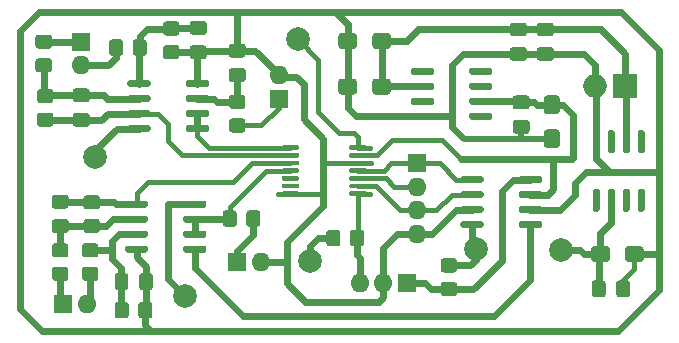
<source format=gbr>
%TF.GenerationSoftware,KiCad,Pcbnew,5.1.8+dfsg1-1~bpo10+1*%
%TF.CreationDate,2020-11-21T14:30:28+03:00*%
%TF.ProjectId,ADCandDAC,41444361-6e64-4444-9143-2e6b69636164,rev?*%
%TF.SameCoordinates,Original*%
%TF.FileFunction,Copper,L1,Top*%
%TF.FilePolarity,Positive*%
%FSLAX46Y46*%
G04 Gerber Fmt 4.6, Leading zero omitted, Abs format (unit mm)*
G04 Created by KiCad (PCBNEW 5.1.8+dfsg1-1~bpo10+1) date 2020-11-21 14:30:28*
%MOMM*%
%LPD*%
G01*
G04 APERTURE LIST*
%TA.AperFunction,ComponentPad*%
%ADD10R,1.600000X1.600000*%
%TD*%
%TA.AperFunction,ComponentPad*%
%ADD11O,1.600000X1.600000*%
%TD*%
%TA.AperFunction,ComponentPad*%
%ADD12R,2.000000X2.000000*%
%TD*%
%TA.AperFunction,ComponentPad*%
%ADD13O,2.000000X2.000000*%
%TD*%
%TA.AperFunction,ViaPad*%
%ADD14C,2.000000*%
%TD*%
%TA.AperFunction,Conductor*%
%ADD15C,0.400000*%
%TD*%
%TA.AperFunction,Conductor*%
%ADD16C,0.600000*%
%TD*%
%TA.AperFunction,Conductor*%
%ADD17C,0.500000*%
%TD*%
G04 APERTURE END LIST*
%TO.P,C4,1*%
%TO.N,VCC_12V*%
%TA.AperFunction,SMDPad,CuDef*%
G36*
G01*
X45406600Y29065800D02*
X46356600Y29065800D01*
G75*
G02*
X46606600Y28815800I0J-250000D01*
G01*
X46606600Y28140800D01*
G75*
G02*
X46356600Y27890800I-250000J0D01*
G01*
X45406600Y27890800D01*
G75*
G02*
X45156600Y28140800I0J250000D01*
G01*
X45156600Y28815800D01*
G75*
G02*
X45406600Y29065800I250000J0D01*
G01*
G37*
%TD.AperFunction*%
%TO.P,C4,2*%
%TO.N,GND*%
%TA.AperFunction,SMDPad,CuDef*%
G36*
G01*
X45406600Y26990800D02*
X46356600Y26990800D01*
G75*
G02*
X46606600Y26740800I0J-250000D01*
G01*
X46606600Y26065800D01*
G75*
G02*
X46356600Y25815800I-250000J0D01*
G01*
X45406600Y25815800D01*
G75*
G02*
X45156600Y26065800I0J250000D01*
G01*
X45156600Y26740800D01*
G75*
G02*
X45406600Y26990800I250000J0D01*
G01*
G37*
%TD.AperFunction*%
%TD*%
%TO.P,C3,2*%
%TO.N,GND*%
%TA.AperFunction,SMDPad,CuDef*%
G36*
G01*
X47692600Y26990800D02*
X48642600Y26990800D01*
G75*
G02*
X48892600Y26740800I0J-250000D01*
G01*
X48892600Y26065800D01*
G75*
G02*
X48642600Y25815800I-250000J0D01*
G01*
X47692600Y25815800D01*
G75*
G02*
X47442600Y26065800I0J250000D01*
G01*
X47442600Y26740800D01*
G75*
G02*
X47692600Y26990800I250000J0D01*
G01*
G37*
%TD.AperFunction*%
%TO.P,C3,1*%
%TO.N,VCC_12V*%
%TA.AperFunction,SMDPad,CuDef*%
G36*
G01*
X47692600Y29065800D02*
X48642600Y29065800D01*
G75*
G02*
X48892600Y28815800I0J-250000D01*
G01*
X48892600Y28140800D01*
G75*
G02*
X48642600Y27890800I-250000J0D01*
G01*
X47692600Y27890800D01*
G75*
G02*
X47442600Y28140800I0J250000D01*
G01*
X47442600Y28815800D01*
G75*
G02*
X47692600Y29065800I250000J0D01*
G01*
G37*
%TD.AperFunction*%
%TD*%
%TO.P,C1,2*%
%TO.N,GND*%
%TA.AperFunction,SMDPad,CuDef*%
G36*
G01*
X32212300Y24062001D02*
X32212300Y23211999D01*
G75*
G02*
X31962301Y22962000I-249999J0D01*
G01*
X30887299Y22962000D01*
G75*
G02*
X30637300Y23211999I0J249999D01*
G01*
X30637300Y24062001D01*
G75*
G02*
X30887299Y24312000I249999J0D01*
G01*
X31962301Y24312000D01*
G75*
G02*
X32212300Y24062001I0J-249999D01*
G01*
G37*
%TD.AperFunction*%
%TO.P,C1,1*%
%TO.N,VCC_12V*%
%TA.AperFunction,SMDPad,CuDef*%
G36*
G01*
X35087300Y24062001D02*
X35087300Y23211999D01*
G75*
G02*
X34837301Y22962000I-249999J0D01*
G01*
X33762299Y22962000D01*
G75*
G02*
X33512300Y23211999I0J249999D01*
G01*
X33512300Y24062001D01*
G75*
G02*
X33762299Y24312000I249999J0D01*
G01*
X34837301Y24312000D01*
G75*
G02*
X35087300Y24062001I0J-249999D01*
G01*
G37*
%TD.AperFunction*%
%TD*%
%TO.P,C2,1*%
%TO.N,VCC_12V*%
%TA.AperFunction,SMDPad,CuDef*%
G36*
G01*
X35100000Y27922801D02*
X35100000Y27072799D01*
G75*
G02*
X34850001Y26822800I-249999J0D01*
G01*
X33774999Y26822800D01*
G75*
G02*
X33525000Y27072799I0J249999D01*
G01*
X33525000Y27922801D01*
G75*
G02*
X33774999Y28172800I249999J0D01*
G01*
X34850001Y28172800D01*
G75*
G02*
X35100000Y27922801I0J-249999D01*
G01*
G37*
%TD.AperFunction*%
%TO.P,C2,2*%
%TO.N,GND*%
%TA.AperFunction,SMDPad,CuDef*%
G36*
G01*
X32225000Y27922801D02*
X32225000Y27072799D01*
G75*
G02*
X31975001Y26822800I-249999J0D01*
G01*
X30899999Y26822800D01*
G75*
G02*
X30650000Y27072799I0J249999D01*
G01*
X30650000Y27922801D01*
G75*
G02*
X30899999Y28172800I249999J0D01*
G01*
X31975001Y28172800D01*
G75*
G02*
X32225000Y27922801I0J-249999D01*
G01*
G37*
%TD.AperFunction*%
%TD*%
%TO.P,C5,2*%
%TO.N,GND*%
%TA.AperFunction,SMDPad,CuDef*%
G36*
G01*
X18303000Y27124000D02*
X19253000Y27124000D01*
G75*
G02*
X19503000Y26874000I0J-250000D01*
G01*
X19503000Y26199000D01*
G75*
G02*
X19253000Y25949000I-250000J0D01*
G01*
X18303000Y25949000D01*
G75*
G02*
X18053000Y26199000I0J250000D01*
G01*
X18053000Y26874000D01*
G75*
G02*
X18303000Y27124000I250000J0D01*
G01*
G37*
%TD.AperFunction*%
%TO.P,C5,1*%
%TO.N,Net-(C5-Pad1)*%
%TA.AperFunction,SMDPad,CuDef*%
G36*
G01*
X18303000Y29199000D02*
X19253000Y29199000D01*
G75*
G02*
X19503000Y28949000I0J-250000D01*
G01*
X19503000Y28274000D01*
G75*
G02*
X19253000Y28024000I-250000J0D01*
G01*
X18303000Y28024000D01*
G75*
G02*
X18053000Y28274000I0J250000D01*
G01*
X18053000Y28949000D01*
G75*
G02*
X18303000Y29199000I250000J0D01*
G01*
G37*
%TD.AperFunction*%
%TD*%
%TO.P,C6,2*%
%TO.N,GND*%
%TA.AperFunction,SMDPad,CuDef*%
G36*
G01*
X22555000Y26097500D02*
X21605000Y26097500D01*
G75*
G02*
X21355000Y26347500I0J250000D01*
G01*
X21355000Y27022500D01*
G75*
G02*
X21605000Y27272500I250000J0D01*
G01*
X22555000Y27272500D01*
G75*
G02*
X22805000Y27022500I0J-250000D01*
G01*
X22805000Y26347500D01*
G75*
G02*
X22555000Y26097500I-250000J0D01*
G01*
G37*
%TD.AperFunction*%
%TO.P,C6,1*%
%TO.N,Net-(C6-Pad1)*%
%TA.AperFunction,SMDPad,CuDef*%
G36*
G01*
X22555000Y24022500D02*
X21605000Y24022500D01*
G75*
G02*
X21355000Y24272500I0J250000D01*
G01*
X21355000Y24947500D01*
G75*
G02*
X21605000Y25197500I250000J0D01*
G01*
X22555000Y25197500D01*
G75*
G02*
X22805000Y24947500I0J-250000D01*
G01*
X22805000Y24272500D01*
G75*
G02*
X22555000Y24022500I-250000J0D01*
G01*
G37*
%TD.AperFunction*%
%TD*%
%TO.P,C7,1*%
%TO.N,Net-(C7-Pad1)*%
%TA.AperFunction,SMDPad,CuDef*%
G36*
G01*
X9347000Y20234000D02*
X8397000Y20234000D01*
G75*
G02*
X8147000Y20484000I0J250000D01*
G01*
X8147000Y21159000D01*
G75*
G02*
X8397000Y21409000I250000J0D01*
G01*
X9347000Y21409000D01*
G75*
G02*
X9597000Y21159000I0J-250000D01*
G01*
X9597000Y20484000D01*
G75*
G02*
X9347000Y20234000I-250000J0D01*
G01*
G37*
%TD.AperFunction*%
%TO.P,C7,2*%
%TO.N,Net-(C7-Pad2)*%
%TA.AperFunction,SMDPad,CuDef*%
G36*
G01*
X9347000Y22309000D02*
X8397000Y22309000D01*
G75*
G02*
X8147000Y22559000I0J250000D01*
G01*
X8147000Y23234000D01*
G75*
G02*
X8397000Y23484000I250000J0D01*
G01*
X9347000Y23484000D01*
G75*
G02*
X9597000Y23234000I0J-250000D01*
G01*
X9597000Y22559000D01*
G75*
G02*
X9347000Y22309000I-250000J0D01*
G01*
G37*
%TD.AperFunction*%
%TD*%
%TO.P,C8,1*%
%TO.N,Net-(C8-Pad1)*%
%TA.AperFunction,SMDPad,CuDef*%
G36*
G01*
X11692000Y6652000D02*
X11692000Y7602000D01*
G75*
G02*
X11942000Y7852000I250000J0D01*
G01*
X12617000Y7852000D01*
G75*
G02*
X12867000Y7602000I0J-250000D01*
G01*
X12867000Y6652000D01*
G75*
G02*
X12617000Y6402000I-250000J0D01*
G01*
X11942000Y6402000D01*
G75*
G02*
X11692000Y6652000I0J250000D01*
G01*
G37*
%TD.AperFunction*%
%TO.P,C8,2*%
%TO.N,GND*%
%TA.AperFunction,SMDPad,CuDef*%
G36*
G01*
X13767000Y6652000D02*
X13767000Y7602000D01*
G75*
G02*
X14017000Y7852000I250000J0D01*
G01*
X14692000Y7852000D01*
G75*
G02*
X14942000Y7602000I0J-250000D01*
G01*
X14942000Y6652000D01*
G75*
G02*
X14692000Y6402000I-250000J0D01*
G01*
X14017000Y6402000D01*
G75*
G02*
X13767000Y6652000I0J250000D01*
G01*
G37*
%TD.AperFunction*%
%TD*%
%TO.P,C9,2*%
%TO.N,GND*%
%TA.AperFunction,SMDPad,CuDef*%
G36*
G01*
X48286899Y20015200D02*
X49136901Y20015200D01*
G75*
G02*
X49386900Y19765201I0J-249999D01*
G01*
X49386900Y18690199D01*
G75*
G02*
X49136901Y18440200I-249999J0D01*
G01*
X48286899Y18440200D01*
G75*
G02*
X48036900Y18690199I0J249999D01*
G01*
X48036900Y19765201D01*
G75*
G02*
X48286899Y20015200I249999J0D01*
G01*
G37*
%TD.AperFunction*%
%TO.P,C9,1*%
%TO.N,/REF+4*%
%TA.AperFunction,SMDPad,CuDef*%
G36*
G01*
X48286899Y22890200D02*
X49136901Y22890200D01*
G75*
G02*
X49386900Y22640201I0J-249999D01*
G01*
X49386900Y21565199D01*
G75*
G02*
X49136901Y21315200I-249999J0D01*
G01*
X48286899Y21315200D01*
G75*
G02*
X48036900Y21565199I0J249999D01*
G01*
X48036900Y22640201D01*
G75*
G02*
X48286899Y22890200I249999J0D01*
G01*
G37*
%TD.AperFunction*%
%TD*%
%TO.P,C10,1*%
%TO.N,/REF+5*%
%TA.AperFunction,SMDPad,CuDef*%
G36*
G01*
X52049500Y9026099D02*
X52049500Y9876101D01*
G75*
G02*
X52299499Y10126100I249999J0D01*
G01*
X53374501Y10126100D01*
G75*
G02*
X53624500Y9876101I0J-249999D01*
G01*
X53624500Y9026099D01*
G75*
G02*
X53374501Y8776100I-249999J0D01*
G01*
X52299499Y8776100D01*
G75*
G02*
X52049500Y9026099I0J249999D01*
G01*
G37*
%TD.AperFunction*%
%TO.P,C10,2*%
%TO.N,GND*%
%TA.AperFunction,SMDPad,CuDef*%
G36*
G01*
X54924500Y9026099D02*
X54924500Y9876101D01*
G75*
G02*
X55174499Y10126100I249999J0D01*
G01*
X56249501Y10126100D01*
G75*
G02*
X56499500Y9876101I0J-249999D01*
G01*
X56499500Y9026099D01*
G75*
G02*
X56249501Y8776100I-249999J0D01*
G01*
X55174499Y8776100D01*
G75*
G02*
X54924500Y9026099I0J249999D01*
G01*
G37*
%TD.AperFunction*%
%TD*%
%TO.P,C11,1*%
%TO.N,Net-(C11-Pad1)*%
%TA.AperFunction,SMDPad,CuDef*%
G36*
G01*
X6619000Y14488500D02*
X7569000Y14488500D01*
G75*
G02*
X7819000Y14238500I0J-250000D01*
G01*
X7819000Y13563500D01*
G75*
G02*
X7569000Y13313500I-250000J0D01*
G01*
X6619000Y13313500D01*
G75*
G02*
X6369000Y13563500I0J250000D01*
G01*
X6369000Y14238500D01*
G75*
G02*
X6619000Y14488500I250000J0D01*
G01*
G37*
%TD.AperFunction*%
%TO.P,C11,2*%
%TO.N,Net-(C11-Pad2)*%
%TA.AperFunction,SMDPad,CuDef*%
G36*
G01*
X6619000Y12413500D02*
X7569000Y12413500D01*
G75*
G02*
X7819000Y12163500I0J-250000D01*
G01*
X7819000Y11488500D01*
G75*
G02*
X7569000Y11238500I-250000J0D01*
G01*
X6619000Y11238500D01*
G75*
G02*
X6369000Y11488500I0J250000D01*
G01*
X6369000Y12163500D01*
G75*
G02*
X6619000Y12413500I250000J0D01*
G01*
G37*
%TD.AperFunction*%
%TD*%
%TO.P,C12,1*%
%TO.N,/REF+4*%
%TA.AperFunction,SMDPad,CuDef*%
G36*
G01*
X45646100Y22887100D02*
X46596100Y22887100D01*
G75*
G02*
X46846100Y22637100I0J-250000D01*
G01*
X46846100Y21962100D01*
G75*
G02*
X46596100Y21712100I-250000J0D01*
G01*
X45646100Y21712100D01*
G75*
G02*
X45396100Y21962100I0J250000D01*
G01*
X45396100Y22637100D01*
G75*
G02*
X45646100Y22887100I250000J0D01*
G01*
G37*
%TD.AperFunction*%
%TO.P,C12,2*%
%TO.N,GND*%
%TA.AperFunction,SMDPad,CuDef*%
G36*
G01*
X45646100Y20812100D02*
X46596100Y20812100D01*
G75*
G02*
X46846100Y20562100I0J-250000D01*
G01*
X46846100Y19887100D01*
G75*
G02*
X46596100Y19637100I-250000J0D01*
G01*
X45646100Y19637100D01*
G75*
G02*
X45396100Y19887100I0J250000D01*
G01*
X45396100Y20562100D01*
G75*
G02*
X45646100Y20812100I250000J0D01*
G01*
G37*
%TD.AperFunction*%
%TD*%
%TO.P,C13,2*%
%TO.N,GND*%
%TA.AperFunction,SMDPad,CuDef*%
G36*
G01*
X54165700Y6042400D02*
X54165700Y6992400D01*
G75*
G02*
X54415700Y7242400I250000J0D01*
G01*
X55090700Y7242400D01*
G75*
G02*
X55340700Y6992400I0J-250000D01*
G01*
X55340700Y6042400D01*
G75*
G02*
X55090700Y5792400I-250000J0D01*
G01*
X54415700Y5792400D01*
G75*
G02*
X54165700Y6042400I0J250000D01*
G01*
G37*
%TD.AperFunction*%
%TO.P,C13,1*%
%TO.N,/REF+5*%
%TA.AperFunction,SMDPad,CuDef*%
G36*
G01*
X52090700Y6042400D02*
X52090700Y6992400D01*
G75*
G02*
X52340700Y7242400I250000J0D01*
G01*
X53015700Y7242400D01*
G75*
G02*
X53265700Y6992400I0J-250000D01*
G01*
X53265700Y6042400D01*
G75*
G02*
X53015700Y5792400I-250000J0D01*
G01*
X52340700Y5792400D01*
G75*
G02*
X52090700Y6042400I0J250000D01*
G01*
G37*
%TD.AperFunction*%
%TD*%
%TO.P,D1,8*%
%TO.N,/REF+5*%
%TA.AperFunction,SMDPad,CuDef*%
G36*
G01*
X42932000Y12103000D02*
X42932000Y11803000D01*
G75*
G02*
X42782000Y11653000I-150000J0D01*
G01*
X41132000Y11653000D01*
G75*
G02*
X40982000Y11803000I0J150000D01*
G01*
X40982000Y12103000D01*
G75*
G02*
X41132000Y12253000I150000J0D01*
G01*
X42782000Y12253000D01*
G75*
G02*
X42932000Y12103000I0J-150000D01*
G01*
G37*
%TD.AperFunction*%
%TO.P,D1,7*%
%TO.N,GND*%
%TA.AperFunction,SMDPad,CuDef*%
G36*
G01*
X42932000Y13373000D02*
X42932000Y13073000D01*
G75*
G02*
X42782000Y12923000I-150000J0D01*
G01*
X41132000Y12923000D01*
G75*
G02*
X40982000Y13073000I0J150000D01*
G01*
X40982000Y13373000D01*
G75*
G02*
X41132000Y13523000I150000J0D01*
G01*
X42782000Y13523000D01*
G75*
G02*
X42932000Y13373000I0J-150000D01*
G01*
G37*
%TD.AperFunction*%
%TO.P,D1,6*%
%TO.N,MOSI*%
%TA.AperFunction,SMDPad,CuDef*%
G36*
G01*
X42932000Y14643000D02*
X42932000Y14343000D01*
G75*
G02*
X42782000Y14193000I-150000J0D01*
G01*
X41132000Y14193000D01*
G75*
G02*
X40982000Y14343000I0J150000D01*
G01*
X40982000Y14643000D01*
G75*
G02*
X41132000Y14793000I150000J0D01*
G01*
X42782000Y14793000D01*
G75*
G02*
X42932000Y14643000I0J-150000D01*
G01*
G37*
%TD.AperFunction*%
%TO.P,D1,5*%
%TO.N,SCK*%
%TA.AperFunction,SMDPad,CuDef*%
G36*
G01*
X42932000Y15913000D02*
X42932000Y15613000D01*
G75*
G02*
X42782000Y15463000I-150000J0D01*
G01*
X41132000Y15463000D01*
G75*
G02*
X40982000Y15613000I0J150000D01*
G01*
X40982000Y15913000D01*
G75*
G02*
X41132000Y16063000I150000J0D01*
G01*
X42782000Y16063000D01*
G75*
G02*
X42932000Y15913000I0J-150000D01*
G01*
G37*
%TD.AperFunction*%
%TO.P,D1,4*%
%TO.N,DAC*%
%TA.AperFunction,SMDPad,CuDef*%
G36*
G01*
X47882000Y15913000D02*
X47882000Y15613000D01*
G75*
G02*
X47732000Y15463000I-150000J0D01*
G01*
X46082000Y15463000D01*
G75*
G02*
X45932000Y15613000I0J150000D01*
G01*
X45932000Y15913000D01*
G75*
G02*
X46082000Y16063000I150000J0D01*
G01*
X47732000Y16063000D01*
G75*
G02*
X47882000Y15913000I0J-150000D01*
G01*
G37*
%TD.AperFunction*%
%TO.P,D1,3*%
%TO.N,/REF+4*%
%TA.AperFunction,SMDPad,CuDef*%
G36*
G01*
X47882000Y14643000D02*
X47882000Y14343000D01*
G75*
G02*
X47732000Y14193000I-150000J0D01*
G01*
X46082000Y14193000D01*
G75*
G02*
X45932000Y14343000I0J150000D01*
G01*
X45932000Y14643000D01*
G75*
G02*
X46082000Y14793000I150000J0D01*
G01*
X47732000Y14793000D01*
G75*
G02*
X47882000Y14643000I0J-150000D01*
G01*
G37*
%TD.AperFunction*%
%TO.P,D1,2*%
%TO.N,GND*%
%TA.AperFunction,SMDPad,CuDef*%
G36*
G01*
X47882000Y13373000D02*
X47882000Y13073000D01*
G75*
G02*
X47732000Y12923000I-150000J0D01*
G01*
X46082000Y12923000D01*
G75*
G02*
X45932000Y13073000I0J150000D01*
G01*
X45932000Y13373000D01*
G75*
G02*
X46082000Y13523000I150000J0D01*
G01*
X47732000Y13523000D01*
G75*
G02*
X47882000Y13373000I0J-150000D01*
G01*
G37*
%TD.AperFunction*%
%TO.P,D1,1*%
%TO.N,/DACgen*%
%TA.AperFunction,SMDPad,CuDef*%
G36*
G01*
X47882000Y12103000D02*
X47882000Y11803000D01*
G75*
G02*
X47732000Y11653000I-150000J0D01*
G01*
X46082000Y11653000D01*
G75*
G02*
X45932000Y11803000I0J150000D01*
G01*
X45932000Y12103000D01*
G75*
G02*
X46082000Y12253000I150000J0D01*
G01*
X47732000Y12253000D01*
G75*
G02*
X47882000Y12103000I0J-150000D01*
G01*
G37*
%TD.AperFunction*%
%TD*%
D10*
%TO.P,J1,1*%
%TO.N,Net-(J1-Pad1)*%
X8872000Y27447000D03*
D11*
%TO.P,J1,2*%
%TO.N,Net-(J1-Pad2)*%
X8872000Y25447000D03*
%TD*%
%TO.P,J2,2*%
%TO.N,GND*%
X25636000Y24621000D03*
D10*
%TO.P,J2,1*%
%TO.N,Net-(J2-Pad1)*%
X25636000Y22621000D03*
%TD*%
D11*
%TO.P,J3,2*%
%TO.N,Net-(J3-Pad2)*%
X9348000Y5222000D03*
D10*
%TO.P,J3,1*%
%TO.N,Net-(J3-Pad1)*%
X7348000Y5222000D03*
%TD*%
D12*
%TO.P,J4,1*%
%TO.N,VCC_12V*%
X54934900Y23725900D03*
D13*
%TO.P,J4,2*%
%TO.N,GND*%
X52394900Y23725900D03*
%TD*%
D10*
%TO.P,J5,1*%
%TO.N,Net-(J5-Pad1)*%
X22092700Y8778000D03*
D11*
%TO.P,J5,2*%
%TO.N,GND*%
X24092700Y8778000D03*
%TD*%
D10*
%TO.P,J6,1*%
%TO.N,DAC*%
X36456400Y7000000D03*
D11*
%TO.P,J6,2*%
%TO.N,GND*%
X34456400Y7000000D03*
%TO.P,J6,3*%
%TO.N,ADC*%
X32456400Y7000000D03*
%TD*%
D10*
%TO.P,J7,1*%
%TO.N,SCK*%
X37320000Y17160000D03*
D11*
%TO.P,J7,2*%
%TO.N,MISO*%
X37320000Y15160000D03*
%TO.P,J7,3*%
%TO.N,MOSI*%
X37320000Y13160000D03*
%TO.P,J7,4*%
%TO.N,GND*%
X37320000Y11160000D03*
%TD*%
%TO.P,R1,2*%
%TO.N,Net-(C5-Pad1)*%
%TA.AperFunction,SMDPad,CuDef*%
G36*
G01*
X13225000Y26488999D02*
X13225000Y27389001D01*
G75*
G02*
X13474999Y27639000I249999J0D01*
G01*
X14175001Y27639000D01*
G75*
G02*
X14425000Y27389001I0J-249999D01*
G01*
X14425000Y26488999D01*
G75*
G02*
X14175001Y26239000I-249999J0D01*
G01*
X13474999Y26239000D01*
G75*
G02*
X13225000Y26488999I0J249999D01*
G01*
G37*
%TD.AperFunction*%
%TO.P,R1,1*%
%TO.N,Net-(J1-Pad2)*%
%TA.AperFunction,SMDPad,CuDef*%
G36*
G01*
X11225000Y26488999D02*
X11225000Y27389001D01*
G75*
G02*
X11474999Y27639000I249999J0D01*
G01*
X12175001Y27639000D01*
G75*
G02*
X12425000Y27389001I0J-249999D01*
G01*
X12425000Y26488999D01*
G75*
G02*
X12175001Y26239000I-249999J0D01*
G01*
X11474999Y26239000D01*
G75*
G02*
X11225000Y26488999I0J249999D01*
G01*
G37*
%TD.AperFunction*%
%TD*%
%TO.P,R2,1*%
%TO.N,Net-(J1-Pad1)*%
%TA.AperFunction,SMDPad,CuDef*%
G36*
G01*
X5246999Y28047000D02*
X6147001Y28047000D01*
G75*
G02*
X6397000Y27797001I0J-249999D01*
G01*
X6397000Y27096999D01*
G75*
G02*
X6147001Y26847000I-249999J0D01*
G01*
X5246999Y26847000D01*
G75*
G02*
X4997000Y27096999I0J249999D01*
G01*
X4997000Y27797001D01*
G75*
G02*
X5246999Y28047000I249999J0D01*
G01*
G37*
%TD.AperFunction*%
%TO.P,R2,2*%
%TO.N,Net-(C7-Pad2)*%
%TA.AperFunction,SMDPad,CuDef*%
G36*
G01*
X5246999Y26047000D02*
X6147001Y26047000D01*
G75*
G02*
X6397000Y25797001I0J-249999D01*
G01*
X6397000Y25096999D01*
G75*
G02*
X6147001Y24847000I-249999J0D01*
G01*
X5246999Y24847000D01*
G75*
G02*
X4997000Y25096999I0J249999D01*
G01*
X4997000Y25797001D01*
G75*
G02*
X5246999Y26047000I249999J0D01*
G01*
G37*
%TD.AperFunction*%
%TD*%
%TO.P,R3,1*%
%TO.N,Net-(C5-Pad1)*%
%TA.AperFunction,SMDPad,CuDef*%
G36*
G01*
X16041999Y29158000D02*
X16942001Y29158000D01*
G75*
G02*
X17192000Y28908001I0J-249999D01*
G01*
X17192000Y28207999D01*
G75*
G02*
X16942001Y27958000I-249999J0D01*
G01*
X16041999Y27958000D01*
G75*
G02*
X15792000Y28207999I0J249999D01*
G01*
X15792000Y28908001D01*
G75*
G02*
X16041999Y29158000I249999J0D01*
G01*
G37*
%TD.AperFunction*%
%TO.P,R3,2*%
%TO.N,GND*%
%TA.AperFunction,SMDPad,CuDef*%
G36*
G01*
X16041999Y27158000D02*
X16942001Y27158000D01*
G75*
G02*
X17192000Y26908001I0J-249999D01*
G01*
X17192000Y26207999D01*
G75*
G02*
X16942001Y25958000I-249999J0D01*
G01*
X16041999Y25958000D01*
G75*
G02*
X15792000Y26207999I0J249999D01*
G01*
X15792000Y26908001D01*
G75*
G02*
X16041999Y27158000I249999J0D01*
G01*
G37*
%TD.AperFunction*%
%TD*%
%TO.P,R4,2*%
%TO.N,Net-(C6-Pad1)*%
%TA.AperFunction,SMDPad,CuDef*%
G36*
G01*
X22530001Y21751000D02*
X21629999Y21751000D01*
G75*
G02*
X21380000Y22000999I0J249999D01*
G01*
X21380000Y22701001D01*
G75*
G02*
X21629999Y22951000I249999J0D01*
G01*
X22530001Y22951000D01*
G75*
G02*
X22780000Y22701001I0J-249999D01*
G01*
X22780000Y22000999D01*
G75*
G02*
X22530001Y21751000I-249999J0D01*
G01*
G37*
%TD.AperFunction*%
%TO.P,R4,1*%
%TO.N,Net-(J2-Pad1)*%
%TA.AperFunction,SMDPad,CuDef*%
G36*
G01*
X22530001Y19751000D02*
X21629999Y19751000D01*
G75*
G02*
X21380000Y20000999I0J249999D01*
G01*
X21380000Y20701001D01*
G75*
G02*
X21629999Y20951000I249999J0D01*
G01*
X22530001Y20951000D01*
G75*
G02*
X22780000Y20701001I0J-249999D01*
G01*
X22780000Y20000999D01*
G75*
G02*
X22530001Y19751000I-249999J0D01*
G01*
G37*
%TD.AperFunction*%
%TD*%
%TO.P,R5,2*%
%TO.N,Net-(C11-Pad2)*%
%TA.AperFunction,SMDPad,CuDef*%
G36*
G01*
X7544001Y9178000D02*
X6643999Y9178000D01*
G75*
G02*
X6394000Y9427999I0J249999D01*
G01*
X6394000Y10128001D01*
G75*
G02*
X6643999Y10378000I249999J0D01*
G01*
X7544001Y10378000D01*
G75*
G02*
X7794000Y10128001I0J-249999D01*
G01*
X7794000Y9427999D01*
G75*
G02*
X7544001Y9178000I-249999J0D01*
G01*
G37*
%TD.AperFunction*%
%TO.P,R5,1*%
%TO.N,Net-(J3-Pad1)*%
%TA.AperFunction,SMDPad,CuDef*%
G36*
G01*
X7544001Y7178000D02*
X6643999Y7178000D01*
G75*
G02*
X6394000Y7427999I0J249999D01*
G01*
X6394000Y8128001D01*
G75*
G02*
X6643999Y8378000I249999J0D01*
G01*
X7544001Y8378000D01*
G75*
G02*
X7794000Y8128001I0J-249999D01*
G01*
X7794000Y7427999D01*
G75*
G02*
X7544001Y7178000I-249999J0D01*
G01*
G37*
%TD.AperFunction*%
%TD*%
%TO.P,R6,1*%
%TO.N,Net-(J3-Pad2)*%
%TA.AperFunction,SMDPad,CuDef*%
G36*
G01*
X10084001Y7178000D02*
X9183999Y7178000D01*
G75*
G02*
X8934000Y7427999I0J249999D01*
G01*
X8934000Y8128001D01*
G75*
G02*
X9183999Y8378000I249999J0D01*
G01*
X10084001Y8378000D01*
G75*
G02*
X10334000Y8128001I0J-249999D01*
G01*
X10334000Y7427999D01*
G75*
G02*
X10084001Y7178000I-249999J0D01*
G01*
G37*
%TD.AperFunction*%
%TO.P,R6,2*%
%TO.N,Net-(C8-Pad1)*%
%TA.AperFunction,SMDPad,CuDef*%
G36*
G01*
X10084001Y9178000D02*
X9183999Y9178000D01*
G75*
G02*
X8934000Y9427999I0J249999D01*
G01*
X8934000Y10128001D01*
G75*
G02*
X9183999Y10378000I249999J0D01*
G01*
X10084001Y10378000D01*
G75*
G02*
X10334000Y10128001I0J-249999D01*
G01*
X10334000Y9427999D01*
G75*
G02*
X10084001Y9178000I-249999J0D01*
G01*
G37*
%TD.AperFunction*%
%TD*%
%TO.P,R7,2*%
%TO.N,Net-(C7-Pad1)*%
%TA.AperFunction,SMDPad,CuDef*%
G36*
G01*
X5373999Y21443000D02*
X6274001Y21443000D01*
G75*
G02*
X6524000Y21193001I0J-249999D01*
G01*
X6524000Y20492999D01*
G75*
G02*
X6274001Y20243000I-249999J0D01*
G01*
X5373999Y20243000D01*
G75*
G02*
X5124000Y20492999I0J249999D01*
G01*
X5124000Y21193001D01*
G75*
G02*
X5373999Y21443000I249999J0D01*
G01*
G37*
%TD.AperFunction*%
%TO.P,R7,1*%
%TO.N,Net-(C7-Pad2)*%
%TA.AperFunction,SMDPad,CuDef*%
G36*
G01*
X5373999Y23443000D02*
X6274001Y23443000D01*
G75*
G02*
X6524000Y23193001I0J-249999D01*
G01*
X6524000Y22492999D01*
G75*
G02*
X6274001Y22243000I-249999J0D01*
G01*
X5373999Y22243000D01*
G75*
G02*
X5124000Y22492999I0J249999D01*
G01*
X5124000Y23193001D01*
G75*
G02*
X5373999Y23443000I249999J0D01*
G01*
G37*
%TD.AperFunction*%
%TD*%
%TO.P,R8,2*%
%TO.N,GND*%
%TA.AperFunction,SMDPad,CuDef*%
G36*
G01*
X13701000Y4263999D02*
X13701000Y5164001D01*
G75*
G02*
X13950999Y5414000I249999J0D01*
G01*
X14651001Y5414000D01*
G75*
G02*
X14901000Y5164001I0J-249999D01*
G01*
X14901000Y4263999D01*
G75*
G02*
X14651001Y4014000I-249999J0D01*
G01*
X13950999Y4014000D01*
G75*
G02*
X13701000Y4263999I0J249999D01*
G01*
G37*
%TD.AperFunction*%
%TO.P,R8,1*%
%TO.N,Net-(C8-Pad1)*%
%TA.AperFunction,SMDPad,CuDef*%
G36*
G01*
X11701000Y4263999D02*
X11701000Y5164001D01*
G75*
G02*
X11950999Y5414000I249999J0D01*
G01*
X12651001Y5414000D01*
G75*
G02*
X12901000Y5164001I0J-249999D01*
G01*
X12901000Y4263999D01*
G75*
G02*
X12651001Y4014000I-249999J0D01*
G01*
X11950999Y4014000D01*
G75*
G02*
X11701000Y4263999I0J249999D01*
G01*
G37*
%TD.AperFunction*%
%TD*%
%TO.P,R9,1*%
%TO.N,Net-(C11-Pad2)*%
%TA.AperFunction,SMDPad,CuDef*%
G36*
G01*
X10211001Y11242000D02*
X9310999Y11242000D01*
G75*
G02*
X9061000Y11491999I0J249999D01*
G01*
X9061000Y12192001D01*
G75*
G02*
X9310999Y12442000I249999J0D01*
G01*
X10211001Y12442000D01*
G75*
G02*
X10461000Y12192001I0J-249999D01*
G01*
X10461000Y11491999D01*
G75*
G02*
X10211001Y11242000I-249999J0D01*
G01*
G37*
%TD.AperFunction*%
%TO.P,R9,2*%
%TO.N,Net-(C11-Pad1)*%
%TA.AperFunction,SMDPad,CuDef*%
G36*
G01*
X10211001Y13242000D02*
X9310999Y13242000D01*
G75*
G02*
X9061000Y13491999I0J249999D01*
G01*
X9061000Y14192001D01*
G75*
G02*
X9310999Y14442000I249999J0D01*
G01*
X10211001Y14442000D01*
G75*
G02*
X10461000Y14192001I0J-249999D01*
G01*
X10461000Y13491999D01*
G75*
G02*
X10211001Y13242000I-249999J0D01*
G01*
G37*
%TD.AperFunction*%
%TD*%
%TO.P,R10,2*%
%TO.N,/REF+5*%
%TA.AperFunction,SMDPad,CuDef*%
G36*
G01*
X40452241Y7897840D02*
X39552239Y7897840D01*
G75*
G02*
X39302240Y8147839I0J249999D01*
G01*
X39302240Y8847841D01*
G75*
G02*
X39552239Y9097840I249999J0D01*
G01*
X40452241Y9097840D01*
G75*
G02*
X40702240Y8847841I0J-249999D01*
G01*
X40702240Y8147839D01*
G75*
G02*
X40452241Y7897840I-249999J0D01*
G01*
G37*
%TD.AperFunction*%
%TO.P,R10,1*%
%TO.N,DAC*%
%TA.AperFunction,SMDPad,CuDef*%
G36*
G01*
X40452241Y5897840D02*
X39552239Y5897840D01*
G75*
G02*
X39302240Y6147839I0J249999D01*
G01*
X39302240Y6847841D01*
G75*
G02*
X39552239Y7097840I249999J0D01*
G01*
X40452241Y7097840D01*
G75*
G02*
X40702240Y6847841I0J-249999D01*
G01*
X40702240Y6147839D01*
G75*
G02*
X40452241Y5897840I-249999J0D01*
G01*
G37*
%TD.AperFunction*%
%TD*%
%TO.P,R11,1*%
%TO.N,Net-(R11-Pad1)*%
%TA.AperFunction,SMDPad,CuDef*%
G36*
G01*
X20845000Y12010999D02*
X20845000Y12911001D01*
G75*
G02*
X21094999Y13161000I249999J0D01*
G01*
X21795001Y13161000D01*
G75*
G02*
X22045000Y12911001I0J-249999D01*
G01*
X22045000Y12010999D01*
G75*
G02*
X21795001Y11761000I-249999J0D01*
G01*
X21094999Y11761000D01*
G75*
G02*
X20845000Y12010999I0J249999D01*
G01*
G37*
%TD.AperFunction*%
%TO.P,R11,2*%
%TO.N,Net-(J5-Pad1)*%
%TA.AperFunction,SMDPad,CuDef*%
G36*
G01*
X22845000Y12010999D02*
X22845000Y12911001D01*
G75*
G02*
X23094999Y13161000I249999J0D01*
G01*
X23795001Y13161000D01*
G75*
G02*
X24045000Y12911001I0J-249999D01*
G01*
X24045000Y12010999D01*
G75*
G02*
X23795001Y11761000I-249999J0D01*
G01*
X23094999Y11761000D01*
G75*
G02*
X22845000Y12010999I0J249999D01*
G01*
G37*
%TD.AperFunction*%
%TD*%
%TO.P,R12,1*%
%TO.N,ADC*%
%TA.AperFunction,SMDPad,CuDef*%
G36*
G01*
X32824000Y11260001D02*
X32824000Y10359999D01*
G75*
G02*
X32574001Y10110000I-249999J0D01*
G01*
X31873999Y10110000D01*
G75*
G02*
X31624000Y10359999I0J249999D01*
G01*
X31624000Y11260001D01*
G75*
G02*
X31873999Y11510000I249999J0D01*
G01*
X32574001Y11510000D01*
G75*
G02*
X32824000Y11260001I0J-249999D01*
G01*
G37*
%TD.AperFunction*%
%TO.P,R12,2*%
%TO.N,/REF+5*%
%TA.AperFunction,SMDPad,CuDef*%
G36*
G01*
X30824000Y11260001D02*
X30824000Y10359999D01*
G75*
G02*
X30574001Y10110000I-249999J0D01*
G01*
X29873999Y10110000D01*
G75*
G02*
X29624000Y10359999I0J249999D01*
G01*
X29624000Y11260001D01*
G75*
G02*
X29873999Y11510000I249999J0D01*
G01*
X30574001Y11510000D01*
G75*
G02*
X30824000Y11260001I0J-249999D01*
G01*
G37*
%TD.AperFunction*%
%TD*%
%TO.P,U1,1*%
%TO.N,Net-(U1-Pad1)*%
%TA.AperFunction,SMDPad,CuDef*%
G36*
G01*
X19688000Y20231000D02*
X19688000Y19931000D01*
G75*
G02*
X19538000Y19781000I-150000J0D01*
G01*
X17888000Y19781000D01*
G75*
G02*
X17738000Y19931000I0J150000D01*
G01*
X17738000Y20231000D01*
G75*
G02*
X17888000Y20381000I150000J0D01*
G01*
X19538000Y20381000D01*
G75*
G02*
X19688000Y20231000I0J-150000D01*
G01*
G37*
%TD.AperFunction*%
%TO.P,U1,2*%
%TA.AperFunction,SMDPad,CuDef*%
G36*
G01*
X19688000Y21501000D02*
X19688000Y21201000D01*
G75*
G02*
X19538000Y21051000I-150000J0D01*
G01*
X17888000Y21051000D01*
G75*
G02*
X17738000Y21201000I0J150000D01*
G01*
X17738000Y21501000D01*
G75*
G02*
X17888000Y21651000I150000J0D01*
G01*
X19538000Y21651000D01*
G75*
G02*
X19688000Y21501000I0J-150000D01*
G01*
G37*
%TD.AperFunction*%
%TO.P,U1,3*%
%TO.N,Net-(C6-Pad1)*%
%TA.AperFunction,SMDPad,CuDef*%
G36*
G01*
X19688000Y22771000D02*
X19688000Y22471000D01*
G75*
G02*
X19538000Y22321000I-150000J0D01*
G01*
X17888000Y22321000D01*
G75*
G02*
X17738000Y22471000I0J150000D01*
G01*
X17738000Y22771000D01*
G75*
G02*
X17888000Y22921000I150000J0D01*
G01*
X19538000Y22921000D01*
G75*
G02*
X19688000Y22771000I0J-150000D01*
G01*
G37*
%TD.AperFunction*%
%TO.P,U1,4*%
%TO.N,GND*%
%TA.AperFunction,SMDPad,CuDef*%
G36*
G01*
X19688000Y24041000D02*
X19688000Y23741000D01*
G75*
G02*
X19538000Y23591000I-150000J0D01*
G01*
X17888000Y23591000D01*
G75*
G02*
X17738000Y23741000I0J150000D01*
G01*
X17738000Y24041000D01*
G75*
G02*
X17888000Y24191000I150000J0D01*
G01*
X19538000Y24191000D01*
G75*
G02*
X19688000Y24041000I0J-150000D01*
G01*
G37*
%TD.AperFunction*%
%TO.P,U1,5*%
%TO.N,Net-(C5-Pad1)*%
%TA.AperFunction,SMDPad,CuDef*%
G36*
G01*
X14738000Y24041000D02*
X14738000Y23741000D01*
G75*
G02*
X14588000Y23591000I-150000J0D01*
G01*
X12938000Y23591000D01*
G75*
G02*
X12788000Y23741000I0J150000D01*
G01*
X12788000Y24041000D01*
G75*
G02*
X12938000Y24191000I150000J0D01*
G01*
X14588000Y24191000D01*
G75*
G02*
X14738000Y24041000I0J-150000D01*
G01*
G37*
%TD.AperFunction*%
%TO.P,U1,6*%
%TO.N,Net-(C7-Pad2)*%
%TA.AperFunction,SMDPad,CuDef*%
G36*
G01*
X14738000Y22771000D02*
X14738000Y22471000D01*
G75*
G02*
X14588000Y22321000I-150000J0D01*
G01*
X12938000Y22321000D01*
G75*
G02*
X12788000Y22471000I0J150000D01*
G01*
X12788000Y22771000D01*
G75*
G02*
X12938000Y22921000I150000J0D01*
G01*
X14588000Y22921000D01*
G75*
G02*
X14738000Y22771000I0J-150000D01*
G01*
G37*
%TD.AperFunction*%
%TO.P,U1,7*%
%TO.N,Net-(C7-Pad1)*%
%TA.AperFunction,SMDPad,CuDef*%
G36*
G01*
X14738000Y21501000D02*
X14738000Y21201000D01*
G75*
G02*
X14588000Y21051000I-150000J0D01*
G01*
X12938000Y21051000D01*
G75*
G02*
X12788000Y21201000I0J150000D01*
G01*
X12788000Y21501000D01*
G75*
G02*
X12938000Y21651000I150000J0D01*
G01*
X14588000Y21651000D01*
G75*
G02*
X14738000Y21501000I0J-150000D01*
G01*
G37*
%TD.AperFunction*%
%TO.P,U1,8*%
%TO.N,/REF+5*%
%TA.AperFunction,SMDPad,CuDef*%
G36*
G01*
X14738000Y20231000D02*
X14738000Y19931000D01*
G75*
G02*
X14588000Y19781000I-150000J0D01*
G01*
X12938000Y19781000D01*
G75*
G02*
X12788000Y19931000I0J150000D01*
G01*
X12788000Y20231000D01*
G75*
G02*
X12938000Y20381000I150000J0D01*
G01*
X14588000Y20381000D01*
G75*
G02*
X14738000Y20231000I0J-150000D01*
G01*
G37*
%TD.AperFunction*%
%TD*%
%TO.P,U2,1*%
%TO.N,Net-(C11-Pad1)*%
%TA.AperFunction,SMDPad,CuDef*%
G36*
G01*
X12579000Y13542000D02*
X12579000Y13842000D01*
G75*
G02*
X12729000Y13992000I150000J0D01*
G01*
X14379000Y13992000D01*
G75*
G02*
X14529000Y13842000I0J-150000D01*
G01*
X14529000Y13542000D01*
G75*
G02*
X14379000Y13392000I-150000J0D01*
G01*
X12729000Y13392000D01*
G75*
G02*
X12579000Y13542000I0J150000D01*
G01*
G37*
%TD.AperFunction*%
%TO.P,U2,2*%
%TO.N,Net-(C11-Pad2)*%
%TA.AperFunction,SMDPad,CuDef*%
G36*
G01*
X12579000Y12272000D02*
X12579000Y12572000D01*
G75*
G02*
X12729000Y12722000I150000J0D01*
G01*
X14379000Y12722000D01*
G75*
G02*
X14529000Y12572000I0J-150000D01*
G01*
X14529000Y12272000D01*
G75*
G02*
X14379000Y12122000I-150000J0D01*
G01*
X12729000Y12122000D01*
G75*
G02*
X12579000Y12272000I0J150000D01*
G01*
G37*
%TD.AperFunction*%
%TO.P,U2,3*%
%TO.N,Net-(C8-Pad1)*%
%TA.AperFunction,SMDPad,CuDef*%
G36*
G01*
X12579000Y11002000D02*
X12579000Y11302000D01*
G75*
G02*
X12729000Y11452000I150000J0D01*
G01*
X14379000Y11452000D01*
G75*
G02*
X14529000Y11302000I0J-150000D01*
G01*
X14529000Y11002000D01*
G75*
G02*
X14379000Y10852000I-150000J0D01*
G01*
X12729000Y10852000D01*
G75*
G02*
X12579000Y11002000I0J150000D01*
G01*
G37*
%TD.AperFunction*%
%TO.P,U2,4*%
%TO.N,GND*%
%TA.AperFunction,SMDPad,CuDef*%
G36*
G01*
X12579000Y9732000D02*
X12579000Y10032000D01*
G75*
G02*
X12729000Y10182000I150000J0D01*
G01*
X14379000Y10182000D01*
G75*
G02*
X14529000Y10032000I0J-150000D01*
G01*
X14529000Y9732000D01*
G75*
G02*
X14379000Y9582000I-150000J0D01*
G01*
X12729000Y9582000D01*
G75*
G02*
X12579000Y9732000I0J150000D01*
G01*
G37*
%TD.AperFunction*%
%TO.P,U2,5*%
%TO.N,/DACgen*%
%TA.AperFunction,SMDPad,CuDef*%
G36*
G01*
X17529000Y9732000D02*
X17529000Y10032000D01*
G75*
G02*
X17679000Y10182000I150000J0D01*
G01*
X19329000Y10182000D01*
G75*
G02*
X19479000Y10032000I0J-150000D01*
G01*
X19479000Y9732000D01*
G75*
G02*
X19329000Y9582000I-150000J0D01*
G01*
X17679000Y9582000D01*
G75*
G02*
X17529000Y9732000I0J150000D01*
G01*
G37*
%TD.AperFunction*%
%TO.P,U2,6*%
%TO.N,Net-(R11-Pad1)*%
%TA.AperFunction,SMDPad,CuDef*%
G36*
G01*
X17529000Y11002000D02*
X17529000Y11302000D01*
G75*
G02*
X17679000Y11452000I150000J0D01*
G01*
X19329000Y11452000D01*
G75*
G02*
X19479000Y11302000I0J-150000D01*
G01*
X19479000Y11002000D01*
G75*
G02*
X19329000Y10852000I-150000J0D01*
G01*
X17679000Y10852000D01*
G75*
G02*
X17529000Y11002000I0J150000D01*
G01*
G37*
%TD.AperFunction*%
%TO.P,U2,7*%
%TA.AperFunction,SMDPad,CuDef*%
G36*
G01*
X17529000Y12272000D02*
X17529000Y12572000D01*
G75*
G02*
X17679000Y12722000I150000J0D01*
G01*
X19329000Y12722000D01*
G75*
G02*
X19479000Y12572000I0J-150000D01*
G01*
X19479000Y12272000D01*
G75*
G02*
X19329000Y12122000I-150000J0D01*
G01*
X17679000Y12122000D01*
G75*
G02*
X17529000Y12272000I0J150000D01*
G01*
G37*
%TD.AperFunction*%
%TO.P,U2,8*%
%TO.N,/REF+5*%
%TA.AperFunction,SMDPad,CuDef*%
G36*
G01*
X17529000Y13542000D02*
X17529000Y13842000D01*
G75*
G02*
X17679000Y13992000I150000J0D01*
G01*
X19329000Y13992000D01*
G75*
G02*
X19479000Y13842000I0J-150000D01*
G01*
X19479000Y13542000D01*
G75*
G02*
X19329000Y13392000I-150000J0D01*
G01*
X17679000Y13392000D01*
G75*
G02*
X17529000Y13542000I0J150000D01*
G01*
G37*
%TD.AperFunction*%
%TD*%
%TO.P,U3,1*%
%TO.N,Net-(U3-Pad1)*%
%TA.AperFunction,SMDPad,CuDef*%
G36*
G01*
X36778300Y24769700D02*
X36778300Y25069700D01*
G75*
G02*
X36928300Y25219700I150000J0D01*
G01*
X38578300Y25219700D01*
G75*
G02*
X38728300Y25069700I0J-150000D01*
G01*
X38728300Y24769700D01*
G75*
G02*
X38578300Y24619700I-150000J0D01*
G01*
X36928300Y24619700D01*
G75*
G02*
X36778300Y24769700I0J150000D01*
G01*
G37*
%TD.AperFunction*%
%TO.P,U3,2*%
%TO.N,VCC_12V*%
%TA.AperFunction,SMDPad,CuDef*%
G36*
G01*
X36778300Y23499700D02*
X36778300Y23799700D01*
G75*
G02*
X36928300Y23949700I150000J0D01*
G01*
X38578300Y23949700D01*
G75*
G02*
X38728300Y23799700I0J-150000D01*
G01*
X38728300Y23499700D01*
G75*
G02*
X38578300Y23349700I-150000J0D01*
G01*
X36928300Y23349700D01*
G75*
G02*
X36778300Y23499700I0J150000D01*
G01*
G37*
%TD.AperFunction*%
%TO.P,U3,3*%
%TO.N,Net-(U3-Pad3)*%
%TA.AperFunction,SMDPad,CuDef*%
G36*
G01*
X36778300Y22229700D02*
X36778300Y22529700D01*
G75*
G02*
X36928300Y22679700I150000J0D01*
G01*
X38578300Y22679700D01*
G75*
G02*
X38728300Y22529700I0J-150000D01*
G01*
X38728300Y22229700D01*
G75*
G02*
X38578300Y22079700I-150000J0D01*
G01*
X36928300Y22079700D01*
G75*
G02*
X36778300Y22229700I0J150000D01*
G01*
G37*
%TD.AperFunction*%
%TO.P,U3,4*%
%TO.N,GND*%
%TA.AperFunction,SMDPad,CuDef*%
G36*
G01*
X36778300Y20959700D02*
X36778300Y21259700D01*
G75*
G02*
X36928300Y21409700I150000J0D01*
G01*
X38578300Y21409700D01*
G75*
G02*
X38728300Y21259700I0J-150000D01*
G01*
X38728300Y20959700D01*
G75*
G02*
X38578300Y20809700I-150000J0D01*
G01*
X36928300Y20809700D01*
G75*
G02*
X36778300Y20959700I0J150000D01*
G01*
G37*
%TD.AperFunction*%
%TO.P,U3,5*%
%TO.N,Net-(U3-Pad5)*%
%TA.AperFunction,SMDPad,CuDef*%
G36*
G01*
X41728300Y20959700D02*
X41728300Y21259700D01*
G75*
G02*
X41878300Y21409700I150000J0D01*
G01*
X43528300Y21409700D01*
G75*
G02*
X43678300Y21259700I0J-150000D01*
G01*
X43678300Y20959700D01*
G75*
G02*
X43528300Y20809700I-150000J0D01*
G01*
X41878300Y20809700D01*
G75*
G02*
X41728300Y20959700I0J150000D01*
G01*
G37*
%TD.AperFunction*%
%TO.P,U3,6*%
%TO.N,/REF+4*%
%TA.AperFunction,SMDPad,CuDef*%
G36*
G01*
X41728300Y22229700D02*
X41728300Y22529700D01*
G75*
G02*
X41878300Y22679700I150000J0D01*
G01*
X43528300Y22679700D01*
G75*
G02*
X43678300Y22529700I0J-150000D01*
G01*
X43678300Y22229700D01*
G75*
G02*
X43528300Y22079700I-150000J0D01*
G01*
X41878300Y22079700D01*
G75*
G02*
X41728300Y22229700I0J150000D01*
G01*
G37*
%TD.AperFunction*%
%TO.P,U3,7*%
%TO.N,Net-(U3-Pad7)*%
%TA.AperFunction,SMDPad,CuDef*%
G36*
G01*
X41728300Y23499700D02*
X41728300Y23799700D01*
G75*
G02*
X41878300Y23949700I150000J0D01*
G01*
X43528300Y23949700D01*
G75*
G02*
X43678300Y23799700I0J-150000D01*
G01*
X43678300Y23499700D01*
G75*
G02*
X43528300Y23349700I-150000J0D01*
G01*
X41878300Y23349700D01*
G75*
G02*
X41728300Y23499700I0J150000D01*
G01*
G37*
%TD.AperFunction*%
%TO.P,U3,8*%
%TO.N,Net-(U3-Pad8)*%
%TA.AperFunction,SMDPad,CuDef*%
G36*
G01*
X41728300Y24769700D02*
X41728300Y25069700D01*
G75*
G02*
X41878300Y25219700I150000J0D01*
G01*
X43528300Y25219700D01*
G75*
G02*
X43678300Y25069700I0J-150000D01*
G01*
X43678300Y24769700D01*
G75*
G02*
X43528300Y24619700I-150000J0D01*
G01*
X41878300Y24619700D01*
G75*
G02*
X41728300Y24769700I0J150000D01*
G01*
G37*
%TD.AperFunction*%
%TD*%
%TO.P,U4,8*%
%TO.N,Net-(U4-Pad8)*%
%TA.AperFunction,SMDPad,CuDef*%
G36*
G01*
X56143800Y14986900D02*
X56443800Y14986900D01*
G75*
G02*
X56593800Y14836900I0J-150000D01*
G01*
X56593800Y13186900D01*
G75*
G02*
X56443800Y13036900I-150000J0D01*
G01*
X56143800Y13036900D01*
G75*
G02*
X55993800Y13186900I0J150000D01*
G01*
X55993800Y14836900D01*
G75*
G02*
X56143800Y14986900I150000J0D01*
G01*
G37*
%TD.AperFunction*%
%TO.P,U4,7*%
%TO.N,Net-(U4-Pad7)*%
%TA.AperFunction,SMDPad,CuDef*%
G36*
G01*
X54873800Y14986900D02*
X55173800Y14986900D01*
G75*
G02*
X55323800Y14836900I0J-150000D01*
G01*
X55323800Y13186900D01*
G75*
G02*
X55173800Y13036900I-150000J0D01*
G01*
X54873800Y13036900D01*
G75*
G02*
X54723800Y13186900I0J150000D01*
G01*
X54723800Y14836900D01*
G75*
G02*
X54873800Y14986900I150000J0D01*
G01*
G37*
%TD.AperFunction*%
%TO.P,U4,6*%
%TO.N,/REF+5*%
%TA.AperFunction,SMDPad,CuDef*%
G36*
G01*
X53603800Y14986900D02*
X53903800Y14986900D01*
G75*
G02*
X54053800Y14836900I0J-150000D01*
G01*
X54053800Y13186900D01*
G75*
G02*
X53903800Y13036900I-150000J0D01*
G01*
X53603800Y13036900D01*
G75*
G02*
X53453800Y13186900I0J150000D01*
G01*
X53453800Y14836900D01*
G75*
G02*
X53603800Y14986900I150000J0D01*
G01*
G37*
%TD.AperFunction*%
%TO.P,U4,5*%
%TO.N,Net-(U4-Pad5)*%
%TA.AperFunction,SMDPad,CuDef*%
G36*
G01*
X52333800Y14986900D02*
X52633800Y14986900D01*
G75*
G02*
X52783800Y14836900I0J-150000D01*
G01*
X52783800Y13186900D01*
G75*
G02*
X52633800Y13036900I-150000J0D01*
G01*
X52333800Y13036900D01*
G75*
G02*
X52183800Y13186900I0J150000D01*
G01*
X52183800Y14836900D01*
G75*
G02*
X52333800Y14986900I150000J0D01*
G01*
G37*
%TD.AperFunction*%
%TO.P,U4,4*%
%TO.N,GND*%
%TA.AperFunction,SMDPad,CuDef*%
G36*
G01*
X52333800Y19936900D02*
X52633800Y19936900D01*
G75*
G02*
X52783800Y19786900I0J-150000D01*
G01*
X52783800Y18136900D01*
G75*
G02*
X52633800Y17986900I-150000J0D01*
G01*
X52333800Y17986900D01*
G75*
G02*
X52183800Y18136900I0J150000D01*
G01*
X52183800Y19786900D01*
G75*
G02*
X52333800Y19936900I150000J0D01*
G01*
G37*
%TD.AperFunction*%
%TO.P,U4,3*%
%TO.N,Net-(U4-Pad3)*%
%TA.AperFunction,SMDPad,CuDef*%
G36*
G01*
X53603800Y19936900D02*
X53903800Y19936900D01*
G75*
G02*
X54053800Y19786900I0J-150000D01*
G01*
X54053800Y18136900D01*
G75*
G02*
X53903800Y17986900I-150000J0D01*
G01*
X53603800Y17986900D01*
G75*
G02*
X53453800Y18136900I0J150000D01*
G01*
X53453800Y19786900D01*
G75*
G02*
X53603800Y19936900I150000J0D01*
G01*
G37*
%TD.AperFunction*%
%TO.P,U4,2*%
%TO.N,VCC_12V*%
%TA.AperFunction,SMDPad,CuDef*%
G36*
G01*
X54873800Y19936900D02*
X55173800Y19936900D01*
G75*
G02*
X55323800Y19786900I0J-150000D01*
G01*
X55323800Y18136900D01*
G75*
G02*
X55173800Y17986900I-150000J0D01*
G01*
X54873800Y17986900D01*
G75*
G02*
X54723800Y18136900I0J150000D01*
G01*
X54723800Y19786900D01*
G75*
G02*
X54873800Y19936900I150000J0D01*
G01*
G37*
%TD.AperFunction*%
%TO.P,U4,1*%
%TO.N,Net-(U4-Pad1)*%
%TA.AperFunction,SMDPad,CuDef*%
G36*
G01*
X56143800Y19936900D02*
X56443800Y19936900D01*
G75*
G02*
X56593800Y19786900I0J-150000D01*
G01*
X56593800Y18136900D01*
G75*
G02*
X56443800Y17986900I-150000J0D01*
G01*
X56143800Y17986900D01*
G75*
G02*
X55993800Y18136900I0J150000D01*
G01*
X55993800Y19786900D01*
G75*
G02*
X56143800Y19936900I150000J0D01*
G01*
G37*
%TD.AperFunction*%
%TD*%
%TO.P,U5,1*%
%TO.N,Net-(U1-Pad1)*%
%TA.AperFunction,SMDPad,CuDef*%
G36*
G01*
X25846000Y18375000D02*
X25846000Y18575000D01*
G75*
G02*
X25946000Y18675000I100000J0D01*
G01*
X27221000Y18675000D01*
G75*
G02*
X27321000Y18575000I0J-100000D01*
G01*
X27321000Y18375000D01*
G75*
G02*
X27221000Y18275000I-100000J0D01*
G01*
X25946000Y18275000D01*
G75*
G02*
X25846000Y18375000I0J100000D01*
G01*
G37*
%TD.AperFunction*%
%TO.P,U5,2*%
%TO.N,Net-(C7-Pad1)*%
%TA.AperFunction,SMDPad,CuDef*%
G36*
G01*
X25846000Y17725000D02*
X25846000Y17925000D01*
G75*
G02*
X25946000Y18025000I100000J0D01*
G01*
X27221000Y18025000D01*
G75*
G02*
X27321000Y17925000I0J-100000D01*
G01*
X27321000Y17725000D01*
G75*
G02*
X27221000Y17625000I-100000J0D01*
G01*
X25946000Y17625000D01*
G75*
G02*
X25846000Y17725000I0J100000D01*
G01*
G37*
%TD.AperFunction*%
%TO.P,U5,3*%
%TO.N,Net-(C11-Pad1)*%
%TA.AperFunction,SMDPad,CuDef*%
G36*
G01*
X25846000Y17075000D02*
X25846000Y17275000D01*
G75*
G02*
X25946000Y17375000I100000J0D01*
G01*
X27221000Y17375000D01*
G75*
G02*
X27321000Y17275000I0J-100000D01*
G01*
X27321000Y17075000D01*
G75*
G02*
X27221000Y16975000I-100000J0D01*
G01*
X25946000Y16975000D01*
G75*
G02*
X25846000Y17075000I0J100000D01*
G01*
G37*
%TD.AperFunction*%
%TO.P,U5,4*%
%TO.N,Net-(R11-Pad1)*%
%TA.AperFunction,SMDPad,CuDef*%
G36*
G01*
X25846000Y16425000D02*
X25846000Y16625000D01*
G75*
G02*
X25946000Y16725000I100000J0D01*
G01*
X27221000Y16725000D01*
G75*
G02*
X27321000Y16625000I0J-100000D01*
G01*
X27321000Y16425000D01*
G75*
G02*
X27221000Y16325000I-100000J0D01*
G01*
X25946000Y16325000D01*
G75*
G02*
X25846000Y16425000I0J100000D01*
G01*
G37*
%TD.AperFunction*%
%TO.P,U5,5*%
%TO.N,Net-(U5-Pad5)*%
%TA.AperFunction,SMDPad,CuDef*%
G36*
G01*
X25846000Y15775000D02*
X25846000Y15975000D01*
G75*
G02*
X25946000Y16075000I100000J0D01*
G01*
X27221000Y16075000D01*
G75*
G02*
X27321000Y15975000I0J-100000D01*
G01*
X27321000Y15775000D01*
G75*
G02*
X27221000Y15675000I-100000J0D01*
G01*
X25946000Y15675000D01*
G75*
G02*
X25846000Y15775000I0J100000D01*
G01*
G37*
%TD.AperFunction*%
%TO.P,U5,6*%
%TO.N,Net-(U5-Pad6)*%
%TA.AperFunction,SMDPad,CuDef*%
G36*
G01*
X25846000Y15125000D02*
X25846000Y15325000D01*
G75*
G02*
X25946000Y15425000I100000J0D01*
G01*
X27221000Y15425000D01*
G75*
G02*
X27321000Y15325000I0J-100000D01*
G01*
X27321000Y15125000D01*
G75*
G02*
X27221000Y15025000I-100000J0D01*
G01*
X25946000Y15025000D01*
G75*
G02*
X25846000Y15125000I0J100000D01*
G01*
G37*
%TD.AperFunction*%
%TO.P,U5,7*%
%TO.N,GND*%
%TA.AperFunction,SMDPad,CuDef*%
G36*
G01*
X25846000Y14475000D02*
X25846000Y14675000D01*
G75*
G02*
X25946000Y14775000I100000J0D01*
G01*
X27221000Y14775000D01*
G75*
G02*
X27321000Y14675000I0J-100000D01*
G01*
X27321000Y14475000D01*
G75*
G02*
X27221000Y14375000I-100000J0D01*
G01*
X25946000Y14375000D01*
G75*
G02*
X25846000Y14475000I0J100000D01*
G01*
G37*
%TD.AperFunction*%
%TO.P,U5,8*%
%TO.N,ADC*%
%TA.AperFunction,SMDPad,CuDef*%
G36*
G01*
X31571000Y14475000D02*
X31571000Y14675000D01*
G75*
G02*
X31671000Y14775000I100000J0D01*
G01*
X32946000Y14775000D01*
G75*
G02*
X33046000Y14675000I0J-100000D01*
G01*
X33046000Y14475000D01*
G75*
G02*
X32946000Y14375000I-100000J0D01*
G01*
X31671000Y14375000D01*
G75*
G02*
X31571000Y14475000I0J100000D01*
G01*
G37*
%TD.AperFunction*%
%TO.P,U5,9*%
%TO.N,MOSI*%
%TA.AperFunction,SMDPad,CuDef*%
G36*
G01*
X31571000Y15125000D02*
X31571000Y15325000D01*
G75*
G02*
X31671000Y15425000I100000J0D01*
G01*
X32946000Y15425000D01*
G75*
G02*
X33046000Y15325000I0J-100000D01*
G01*
X33046000Y15125000D01*
G75*
G02*
X32946000Y15025000I-100000J0D01*
G01*
X31671000Y15025000D01*
G75*
G02*
X31571000Y15125000I0J100000D01*
G01*
G37*
%TD.AperFunction*%
%TO.P,U5,10*%
%TO.N,MISO*%
%TA.AperFunction,SMDPad,CuDef*%
G36*
G01*
X31571000Y15775000D02*
X31571000Y15975000D01*
G75*
G02*
X31671000Y16075000I100000J0D01*
G01*
X32946000Y16075000D01*
G75*
G02*
X33046000Y15975000I0J-100000D01*
G01*
X33046000Y15775000D01*
G75*
G02*
X32946000Y15675000I-100000J0D01*
G01*
X31671000Y15675000D01*
G75*
G02*
X31571000Y15775000I0J100000D01*
G01*
G37*
%TD.AperFunction*%
%TO.P,U5,11*%
%TO.N,SCK*%
%TA.AperFunction,SMDPad,CuDef*%
G36*
G01*
X31571000Y16425000D02*
X31571000Y16625000D01*
G75*
G02*
X31671000Y16725000I100000J0D01*
G01*
X32946000Y16725000D01*
G75*
G02*
X33046000Y16625000I0J-100000D01*
G01*
X33046000Y16425000D01*
G75*
G02*
X32946000Y16325000I-100000J0D01*
G01*
X31671000Y16325000D01*
G75*
G02*
X31571000Y16425000I0J100000D01*
G01*
G37*
%TD.AperFunction*%
%TO.P,U5,12*%
%TO.N,GND*%
%TA.AperFunction,SMDPad,CuDef*%
G36*
G01*
X31571000Y17075000D02*
X31571000Y17275000D01*
G75*
G02*
X31671000Y17375000I100000J0D01*
G01*
X32946000Y17375000D01*
G75*
G02*
X33046000Y17275000I0J-100000D01*
G01*
X33046000Y17075000D01*
G75*
G02*
X32946000Y16975000I-100000J0D01*
G01*
X31671000Y16975000D01*
G75*
G02*
X31571000Y17075000I0J100000D01*
G01*
G37*
%TD.AperFunction*%
%TO.P,U5,13*%
%TO.N,/REF+4*%
%TA.AperFunction,SMDPad,CuDef*%
G36*
G01*
X31571000Y17725000D02*
X31571000Y17925000D01*
G75*
G02*
X31671000Y18025000I100000J0D01*
G01*
X32946000Y18025000D01*
G75*
G02*
X33046000Y17925000I0J-100000D01*
G01*
X33046000Y17725000D01*
G75*
G02*
X32946000Y17625000I-100000J0D01*
G01*
X31671000Y17625000D01*
G75*
G02*
X31571000Y17725000I0J100000D01*
G01*
G37*
%TD.AperFunction*%
%TO.P,U5,14*%
%TO.N,/REF+5*%
%TA.AperFunction,SMDPad,CuDef*%
G36*
G01*
X31571000Y18375000D02*
X31571000Y18575000D01*
G75*
G02*
X31671000Y18675000I100000J0D01*
G01*
X32946000Y18675000D01*
G75*
G02*
X33046000Y18575000I0J-100000D01*
G01*
X33046000Y18375000D01*
G75*
G02*
X32946000Y18275000I-100000J0D01*
G01*
X31671000Y18275000D01*
G75*
G02*
X31571000Y18375000I0J100000D01*
G01*
G37*
%TD.AperFunction*%
%TD*%
D14*
%TO.N,/REF+5*%
X42273000Y9921000D03*
X28201400Y8905000D03*
X49499300Y9781300D03*
X10050000Y17668000D03*
X17685800Y5933200D03*
X27198100Y27650200D03*
%TD*%
D15*
%TO.N,GND*%
X14354500Y4767500D02*
X14301000Y4714000D01*
D16*
X14354500Y7127000D02*
X14354500Y4767500D01*
D15*
X18713000Y26471500D02*
X18778000Y26536500D01*
D16*
X18713000Y23891000D02*
X18713000Y26471500D01*
D15*
X16513500Y26536500D02*
X16492000Y26558000D01*
D16*
X18778000Y26536500D02*
X16513500Y26536500D01*
D15*
X18926500Y26685000D02*
X18778000Y26536500D01*
D16*
X22080000Y26685000D02*
X18926500Y26685000D01*
X13554000Y9882000D02*
X13554000Y9176000D01*
X14354500Y8375500D02*
X14354500Y7127000D01*
X13554000Y9176000D02*
X14354500Y8375500D01*
X25636000Y24494000D02*
X26938000Y24494000D01*
D15*
X29237000Y14575000D02*
X29319000Y14493000D01*
X26583500Y14575000D02*
X29237000Y14575000D01*
X29461000Y17175000D02*
X29319000Y17033000D01*
X32308500Y17175000D02*
X29461000Y17175000D01*
D16*
X29319000Y17033000D02*
X29319000Y14493000D01*
X41957000Y13223000D02*
X40622000Y13223000D01*
X38559000Y11160000D02*
X37320000Y11160000D01*
X40622000Y13223000D02*
X38559000Y11160000D01*
D15*
X25668000Y24526000D02*
X25636000Y24494000D01*
D16*
X14301000Y3476000D02*
X14301000Y4714000D01*
D15*
X14587000Y3190000D02*
X14301000Y3476000D01*
D16*
X34456400Y10003800D02*
X34456400Y7000000D01*
X37320000Y11160000D02*
X35612600Y11160000D01*
X35612600Y11160000D02*
X34456400Y10003800D01*
X34456400Y7000000D02*
X34456400Y5812800D01*
X34456400Y5812800D02*
X34068800Y5425200D01*
X34068800Y5425200D02*
X27845800Y5425200D01*
X27845800Y5425200D02*
X26271000Y7000000D01*
D15*
X52483800Y23637000D02*
X52394900Y23725900D01*
D16*
X52483800Y18961900D02*
X52483800Y23637000D01*
X45881600Y26403300D02*
X48167600Y26403300D01*
X48167600Y26403300D02*
X49882600Y26403300D01*
X27693400Y20856600D02*
X29319000Y19231000D01*
X29319000Y19231000D02*
X29319000Y17033000D01*
X27693400Y23856600D02*
X27693400Y20856600D01*
X27056000Y24494000D02*
X27693400Y23856600D01*
X52394900Y23725900D02*
X52394900Y25478500D01*
X51470100Y26403300D02*
X49882600Y26403300D01*
X52394900Y25478500D02*
X51470100Y26403300D01*
D15*
X54753200Y6517400D02*
X54753200Y7262800D01*
X55712000Y8221600D02*
X55712000Y9451100D01*
X54753200Y7262800D02*
X55712000Y8221600D01*
D16*
X52483800Y18961900D02*
X52483800Y17528300D01*
X52483800Y17528300D02*
X53626800Y16385300D01*
D15*
X57728900Y9451100D02*
X57817800Y9540000D01*
D16*
X55712000Y9451100D02*
X57728900Y9451100D01*
X57817800Y15813800D02*
X57817800Y9540000D01*
D17*
X46121100Y20224600D02*
X46121100Y19344400D01*
D15*
X31437500Y23649700D02*
X31424800Y23637000D01*
D16*
X31437500Y27497800D02*
X31437500Y23649700D01*
X22969000Y29987000D02*
X30360400Y29987000D01*
X31437500Y28909900D02*
X31437500Y27497800D01*
X30360400Y29987000D02*
X31437500Y28909900D01*
X41216600Y26403300D02*
X45881600Y26403300D01*
X40304500Y25491200D02*
X41216600Y26403300D01*
D15*
X40291800Y21109700D02*
X40304500Y21122400D01*
D16*
X37753300Y21109700D02*
X40291800Y21109700D01*
X40304500Y21122400D02*
X40304500Y25491200D01*
X40304500Y20195300D02*
X40304500Y21122400D01*
D17*
X41320500Y19179300D02*
X40304500Y20195300D01*
D16*
X48711900Y19227700D02*
X48663500Y19179300D01*
D17*
X48663500Y19179300D02*
X41320500Y19179300D01*
D16*
X31424800Y23637000D02*
X31424800Y21848700D01*
X32163800Y21109700D02*
X37753300Y21109700D01*
X31424800Y21848700D02*
X32163800Y21109700D01*
X49448500Y13223000D02*
X50667700Y14442200D01*
X46907000Y13223000D02*
X49448500Y13223000D01*
X50667700Y14442200D02*
X50667700Y15458200D01*
X50667700Y15458200D02*
X51594800Y16385300D01*
X51594800Y16385300D02*
X53626800Y16385300D01*
X3665000Y4790200D02*
X3665000Y28336000D01*
X57817800Y9540000D02*
X57817800Y6428500D01*
X57817800Y6428500D02*
X54312600Y2923300D01*
X54312600Y2923300D02*
X5531900Y2923300D01*
X5531900Y2923300D02*
X3665000Y4790200D01*
X3665000Y28336000D02*
X5316000Y29987000D01*
X24092700Y8778000D02*
X26194800Y8778000D01*
D15*
X26194800Y8778000D02*
X26271000Y8854200D01*
D16*
X26271000Y7000000D02*
X26271000Y8854200D01*
X26271000Y9667000D02*
X26271000Y8854200D01*
X29319000Y14493000D02*
X29319000Y13502400D01*
X26271000Y10454400D02*
X26271000Y9667000D01*
X29319000Y13502400D02*
X26271000Y10454400D01*
D15*
X26583500Y14575000D02*
X25503200Y14575000D01*
X31546512Y17175240D02*
X33443960Y17175240D01*
D16*
X25636000Y24621000D02*
X24481320Y25775680D01*
X24481320Y25777200D02*
X23573520Y26685000D01*
D15*
X24481320Y25775680D02*
X24481320Y25777200D01*
D16*
X22080000Y26685000D02*
X23573520Y26685000D01*
D15*
X22080000Y29931120D02*
X22024120Y29987000D01*
D16*
X22080000Y26685000D02*
X22080000Y29931120D01*
X5316000Y29987000D02*
X22024120Y29987000D01*
X22024120Y29987000D02*
X22969000Y29987000D01*
X53626800Y16385300D02*
X57806820Y16385300D01*
X57817800Y26732200D02*
X57817800Y15813800D01*
X30360400Y29987000D02*
X54563000Y29987000D01*
X54563000Y29987000D02*
X57817800Y26732200D01*
D15*
%TO.N,VCC_12V*%
X55023800Y23637000D02*
X54934900Y23725900D01*
D16*
X55023800Y18961900D02*
X55023800Y23637000D01*
X45881600Y28478300D02*
X48167600Y28478300D01*
X52849500Y28478300D02*
X48167600Y28478300D01*
X54934900Y23725900D02*
X54934900Y26392900D01*
X54934900Y26392900D02*
X52849500Y28478300D01*
X34312500Y27497800D02*
X34312500Y23649700D01*
D15*
X34312500Y23649700D02*
X34299800Y23637000D01*
D16*
X37753300Y23649700D02*
X34312500Y23649700D01*
X45881600Y28478300D02*
X37424200Y28478300D01*
X36443700Y27497800D02*
X34312500Y27497800D01*
X37424200Y28478300D02*
X36443700Y27497800D01*
D15*
%TO.N,Net-(C5-Pad1)*%
X16545500Y28611500D02*
X16492000Y28558000D01*
D16*
X18778000Y28611500D02*
X16545500Y28611500D01*
D15*
X13763000Y26877000D02*
X13825000Y26939000D01*
D16*
X13763000Y23891000D02*
X13763000Y26877000D01*
X14453400Y28558000D02*
X16492000Y28558000D01*
X13825000Y26939000D02*
X13825000Y27929600D01*
X13825000Y27929600D02*
X14453400Y28558000D01*
%TO.N,Net-(C6-Pad1)*%
X22080000Y24610000D02*
X22080000Y22351000D01*
D15*
X21810000Y22621000D02*
X22080000Y22351000D01*
D16*
X18713000Y22621000D02*
X20129280Y22621000D01*
X20399280Y22351000D02*
X22080000Y22351000D01*
X20129280Y22621000D02*
X20399280Y22351000D01*
D15*
%TO.N,Net-(C7-Pad1)*%
X8850500Y20843000D02*
X8872000Y20821500D01*
D16*
X5824000Y20843000D02*
X8850500Y20843000D01*
D15*
X16238000Y20462000D02*
X15349000Y21351000D01*
X15349000Y21351000D02*
X13763000Y21351000D01*
X16238000Y19014200D02*
X16238000Y20462000D01*
X26583500Y17825000D02*
X17427200Y17825000D01*
X17427200Y17825000D02*
X16238000Y19014200D01*
D16*
X10572620Y20821500D02*
X8872000Y20821500D01*
X13763000Y21351000D02*
X11102120Y21351000D01*
X11102120Y21351000D02*
X10572620Y20821500D01*
D15*
%TO.N,Net-(C7-Pad2)*%
X5697000Y22970000D02*
X5824000Y22843000D01*
D16*
X5697000Y25447000D02*
X5697000Y22970000D01*
D15*
X5877500Y22896500D02*
X5824000Y22843000D01*
D16*
X8872000Y22896500D02*
X5877500Y22896500D01*
X10806300Y22896500D02*
X8872000Y22896500D01*
X13763000Y22621000D02*
X11081800Y22621000D01*
X11081800Y22621000D02*
X10806300Y22896500D01*
D15*
%TO.N,Net-(C8-Pad1)*%
X12279500Y4735500D02*
X12301000Y4714000D01*
D16*
X12279500Y7127000D02*
X12279500Y4735500D01*
D15*
X12279500Y7127000D02*
X12279500Y7529500D01*
X10031000Y9778000D02*
X9634000Y9778000D01*
D16*
X12279500Y7127000D02*
X12279500Y8266100D01*
X12279500Y8266100D02*
X11462800Y9082800D01*
X12058800Y11152000D02*
X13554000Y11152000D01*
X11462800Y10556000D02*
X12058800Y11152000D01*
X9634000Y9778000D02*
X11428000Y9778000D01*
X11462800Y9082800D02*
X11462800Y9743200D01*
D15*
X11428000Y9778000D02*
X11462800Y9743200D01*
D16*
X11462800Y9743200D02*
X11462800Y10556000D01*
D15*
%TO.N,Net-(C11-Pad1)*%
X7153000Y13842000D02*
X7094000Y13901000D01*
D16*
X9761000Y13842000D02*
X7153000Y13842000D01*
D15*
X9911000Y13692000D02*
X9761000Y13842000D01*
D16*
X13554000Y13692000D02*
X11781200Y13692000D01*
X11631200Y13842000D02*
X9761000Y13842000D01*
X11781200Y13692000D02*
X11631200Y13842000D01*
D15*
X13554000Y14628400D02*
X13554000Y13692000D01*
X26583500Y17175000D02*
X23365000Y17175000D01*
X23365000Y17175000D02*
X21749800Y15559800D01*
X14485400Y15559800D02*
X13554000Y14628400D01*
X21749800Y15559800D02*
X14485400Y15559800D01*
%TO.N,Net-(C11-Pad2)*%
X7110000Y11842000D02*
X7094000Y11826000D01*
D16*
X9761000Y11842000D02*
X7110000Y11842000D01*
X7094000Y9778000D02*
X7094000Y11826000D01*
X13554000Y12422000D02*
X11525400Y12422000D01*
X10945400Y11842000D02*
X9761000Y11842000D01*
X11525400Y12422000D02*
X10945400Y11842000D01*
D15*
%TO.N,MOSI*%
X41957000Y14493000D02*
X40241000Y14493000D01*
X38908000Y13160000D02*
X37320000Y13160000D01*
X40241000Y14493000D02*
X38908000Y13160000D01*
X35853920Y13160000D02*
X37320000Y13160000D01*
X32308500Y15225000D02*
X33788920Y15225000D01*
X33788920Y15225000D02*
X35853920Y13160000D01*
%TO.N,SCK*%
X41957000Y15763000D02*
X40622000Y15763000D01*
X39225000Y17160000D02*
X37320000Y17160000D01*
X40622000Y15763000D02*
X39225000Y17160000D01*
X35110200Y17160000D02*
X37320000Y17160000D01*
X32308500Y16525000D02*
X34475200Y16525000D01*
X34475200Y16525000D02*
X35110200Y17160000D01*
D16*
%TO.N,DAC*%
X44482800Y14785100D02*
X45460700Y15763000D01*
X44482800Y8889760D02*
X44482800Y14785100D01*
X45460700Y15763000D02*
X46907000Y15763000D01*
X40241000Y6492000D02*
X42085040Y6492000D01*
X42085040Y6492000D02*
X44482800Y8889760D01*
X36456400Y7000000D02*
X38000720Y7000000D01*
X38502880Y6497840D02*
X40002240Y6497840D01*
X38000720Y7000000D02*
X38502880Y6497840D01*
%TO.N,Net-(J1-Pad1)*%
X8872000Y27447000D02*
X5697000Y27447000D01*
D15*
%TO.N,Net-(J1-Pad2)*%
X11825000Y26939000D02*
X11825000Y26463000D01*
D16*
X11825000Y26463000D02*
X11825000Y26102320D01*
X11169680Y25447000D02*
X8872000Y25447000D01*
X11825000Y26102320D02*
X11169680Y25447000D01*
D15*
%TO.N,Net-(J2-Pad1)*%
X25636000Y22494000D02*
X25636000Y21859000D01*
X24128000Y20351000D02*
X22080000Y20351000D01*
X25636000Y21859000D02*
X24128000Y20351000D01*
%TO.N,Net-(J3-Pad2)*%
X9634000Y5508000D02*
X9348000Y5222000D01*
D16*
X9634000Y7778000D02*
X9634000Y5508000D01*
D15*
%TO.N,Net-(J3-Pad1)*%
X7094000Y5476000D02*
X7348000Y5222000D01*
D16*
X7094000Y7778000D02*
X7094000Y5476000D01*
%TO.N,Net-(J5-Pad1)*%
X22092700Y8778000D02*
X22092700Y9705100D01*
X23445000Y11057400D02*
X23445000Y12461000D01*
X22092700Y9705100D02*
X23445000Y11057400D01*
D15*
%TO.N,ADC*%
X32308500Y10894500D02*
X32224000Y10810000D01*
X32308500Y14575000D02*
X32308500Y10894500D01*
D16*
X32456400Y7000000D02*
X32456400Y9145800D01*
X32224000Y9378200D02*
X32224000Y10810000D01*
X32456400Y9145800D02*
X32224000Y9378200D01*
D15*
X32308500Y14575000D02*
X33285760Y14575000D01*
%TO.N,MISO*%
X35377920Y15160000D02*
X37320000Y15160000D01*
X32308500Y15875000D02*
X34662920Y15875000D01*
X34662920Y15875000D02*
X35377920Y15160000D01*
D16*
%TO.N,Net-(R11-Pad1)*%
X18504000Y12422000D02*
X18504000Y11152000D01*
D15*
X18543000Y12461000D02*
X18504000Y12422000D01*
D16*
X21445000Y12461000D02*
X18543000Y12461000D01*
D15*
X26583500Y16525000D02*
X24493000Y16525000D01*
X21445000Y13477000D02*
X21445000Y12461000D01*
X24493000Y16525000D02*
X21445000Y13477000D01*
D16*
%TO.N,Net-(U1-Pad1)*%
X18713000Y20081000D02*
X18713000Y21351000D01*
D15*
X18713000Y19434800D02*
X18713000Y20081000D01*
X26583500Y18475000D02*
X19672800Y18475000D01*
X19672800Y18475000D02*
X18713000Y19434800D01*
%TO.N,/REF+4*%
X39434200Y19115800D02*
X41050000Y17500000D01*
X35211800Y19115800D02*
X39434200Y19115800D01*
X32308500Y17825000D02*
X33921000Y17825000D01*
X33921000Y17825000D02*
X35211800Y19115800D01*
D16*
X48711900Y22102700D02*
X47439500Y22102700D01*
X47242600Y22299600D02*
X46121100Y22299600D01*
D15*
X47439500Y22102700D02*
X47242600Y22299600D01*
X46041000Y22379700D02*
X46121100Y22299600D01*
D16*
X42703300Y22379700D02*
X46041000Y22379700D01*
X48711900Y22102700D02*
X49662000Y22102700D01*
X49662000Y22102700D02*
X50502600Y21262100D01*
X46907000Y14493000D02*
X48394400Y14493000D01*
X48394400Y14493000D02*
X48829100Y14927700D01*
X41050000Y17500000D02*
X48829100Y17500000D01*
X48829100Y14927700D02*
X48829100Y17500000D01*
X48829100Y17500000D02*
X50436200Y17500000D01*
D15*
X50502600Y17566400D02*
X50436200Y17500000D01*
D16*
X50502600Y21262100D02*
X50502600Y17566400D01*
%TO.N,/REF+5*%
X41957000Y11953000D02*
X41957000Y10237000D01*
D15*
X41957000Y10237000D02*
X42273000Y9921000D01*
X52678200Y9292300D02*
X52837000Y9451100D01*
D16*
X52678200Y6517400D02*
X52678200Y9292300D01*
X53753800Y14011900D02*
X53753800Y12130800D01*
X52837000Y11214000D02*
X52837000Y9451100D01*
X53753800Y12130800D02*
X52837000Y11214000D01*
X49499300Y9781300D02*
X51112200Y9781300D01*
X51442400Y9451100D02*
X52837000Y9451100D01*
X51112200Y9781300D02*
X51442400Y9451100D01*
D15*
X10050000Y18236400D02*
X10050000Y17668000D01*
D16*
X13763000Y20081000D02*
X11894600Y20081000D01*
X11894600Y20081000D02*
X10050000Y18236400D01*
D15*
X27198100Y27650200D02*
X28938000Y25910300D01*
X28938000Y25910300D02*
X28938000Y21465300D01*
X28938000Y21465300D02*
X30703300Y19700000D01*
X30703300Y19700000D02*
X31998700Y19700000D01*
X32308500Y19390200D02*
X32308500Y18475000D01*
X31998700Y19700000D02*
X32308500Y19390200D01*
D16*
X30224000Y10810000D02*
X28899900Y10810000D01*
X28201400Y10111500D02*
X28201400Y8905000D01*
X28899900Y10810000D02*
X28201400Y10111500D01*
D15*
X32308500Y18475000D02*
X33341640Y18475000D01*
X17673100Y5920500D02*
X17685800Y5933200D01*
D16*
X16217680Y7375920D02*
X17673100Y5920500D01*
X18504000Y13692000D02*
X16217680Y13692000D01*
X16217680Y13692000D02*
X16217680Y7375920D01*
X40002240Y8497840D02*
X41779480Y8497840D01*
X42273000Y8991360D02*
X42273000Y9921000D01*
X41779480Y8497840D02*
X42273000Y8991360D01*
%TO.N,/DACgen*%
X18504000Y8290000D02*
X18504000Y9882000D01*
X43835100Y4218700D02*
X22575300Y4218700D01*
X22575300Y4218700D02*
X18504000Y8290000D01*
X46907000Y11953000D02*
X46907000Y7290600D01*
X46907000Y7290600D02*
X43835100Y4218700D01*
%TD*%
M02*

</source>
